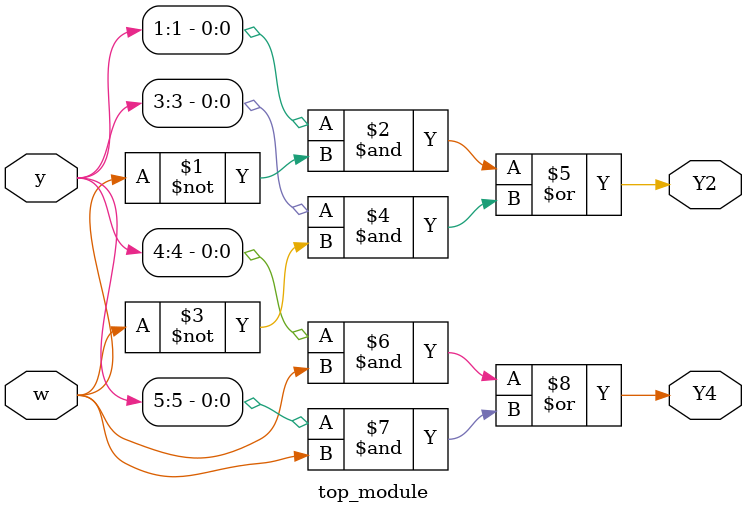
<source format=sv>
module top_module (
    input [6:1] y,
    input w,
    output Y2,
    output Y4
);

// Next-state logic for y[2] (state B and state C)
assign Y2 = (y[1] & ~w) | (y[3] & ~w);

// Next-state logic for y[4] (state D and state E)
assign Y4 = (y[4] & w) | (y[5] & w);

endmodule

</source>
